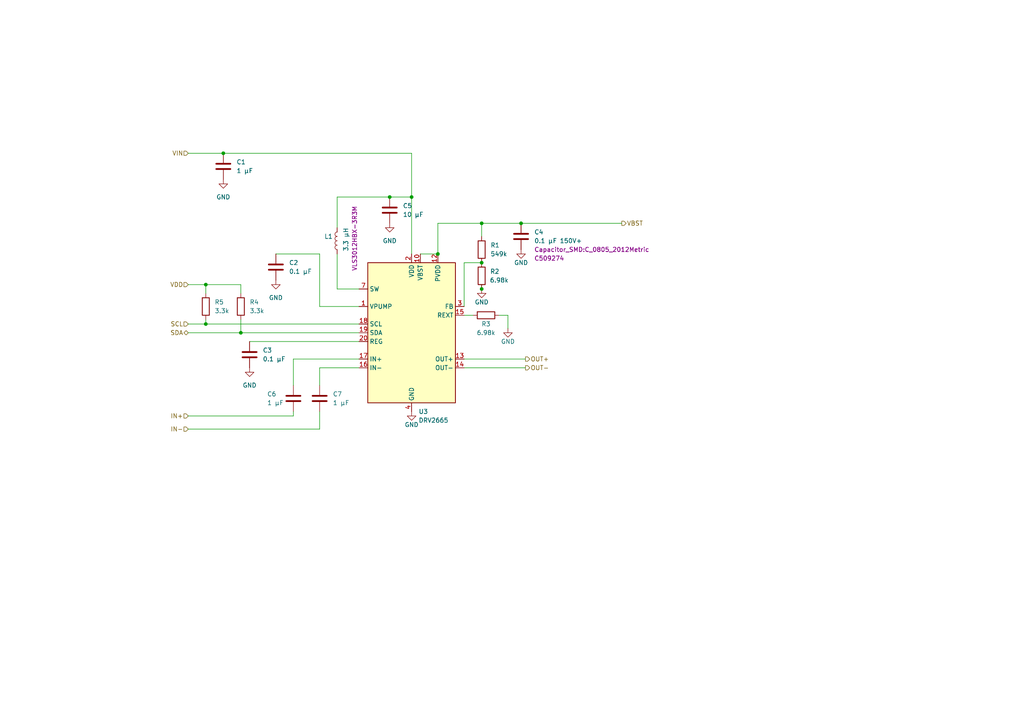
<source format=kicad_sch>
(kicad_sch (version 20230121) (generator eeschema)
  (paper "A4")
  (lib_symbols
    (symbol "DRV2665:DRV2665"
      (property "Reference" "U" (at -11.43 24.13 0))
      (property "Value" "DRV2665" (at -11.43 21.59 0))
      (symbol "DRV2665_0_1"
        (rectangle (start -12.7 20.32) (end 12.7 -20.32) (stroke (width 0.254)) (fill (type background)))
      )
      (symbol "DRV2665_1_1"
        (pin output line (at -15.24 7.62 0) (length 2.54) (name "VPUMP") (number "1"))
        (pin power_out line (at 2.54 22.86 270) (length 2.54) (name "VBST") (number "10"))
        (pin passive line (at 2.54 22.86 270) (length 2.54) hide (name "VBST") (number "11"))
        (pin power_in line (at 7.62 22.86 270) (length 2.54) (name "PVDD") (number "12"))
        (pin output line (at 15.24 -7.62 180) (length 2.54) (name "OUT+") (number "13"))
        (pin output line (at 15.24 -10.16 180) (length 2.54) (name "OUT-") (number "14"))
        (pin input line (at 15.24 5.08 180) (length 2.54) (name "REXT") (number "15"))
        (pin input line (at -15.24 -10.16 0) (length 2.54) (name "IN-") (number "16"))
        (pin input line (at -15.24 -7.62 0) (length 2.54) (name "IN+") (number "17"))
        (pin input line (at -15.24 2.54 0) (length 2.54) (name "SCL") (number "18"))
        (pin bidirectional line (at -15.24 0 0) (length 2.54) (name "SDA") (number "19"))
        (pin power_in line (at 0 22.86 270) (length 2.54) (name "VDD") (number "2"))
        (pin power_out line (at -15.24 -2.54 0) (length 2.54) (name "REG") (number "20"))
        (pin passive line (at 0 -22.86 90) (length 2.54) hide (name "GND") (number "21"))
        (pin input line (at 15.24 7.62 180) (length 2.54) (name "FB") (number "3"))
        (pin power_in line (at 0 -22.86 90) (length 2.54) (name "GND") (number "4"))
        (pin passive line (at 0 -22.86 90) (length 2.54) hide (name "GND") (number "5"))
        (pin passive line (at 0 -22.86 90) (length 2.54) hide (name "GND") (number "6"))
        (pin input line (at -15.24 12.7 0) (length 2.54) (name "SW") (number "7"))
        (pin input line (at -15.24 12.7 0) (length 2.54) hide (name "SW") (number "8"))
        (pin no_connect line (at -15.24 -15.24 0) (length 2.54) hide (name "NC") (number "9"))
      )
    )
    (symbol "Device:C" (pin_numbers hide) (pin_names (offset 0.254))
      (property "Reference" "C" (at 0.635 2.54 0))
      (property "Value" "C" (at 0.635 -2.54 0))
      (symbol "C_0_1"
        (polyline (pts (xy -2.032 -0.762) (xy 2.032 -0.762)) (stroke (width 0.508)))
        (polyline (pts (xy -2.032 0.762) (xy 2.032 0.762)) (stroke (width 0.508)))
      )
      (symbol "C_1_1"
        (pin passive line (at 0 3.81 270) (length 2.794) (name "~") (number "1"))
        (pin passive line (at 0 -3.81 90) (length 2.794) (name "~") (number "2"))
      )
    )
    (symbol "Device:L" (pin_numbers hide) (pin_names (offset 1.016) hide)
      (property "Reference" "L" (at -1.27 0 90))
      (property "Value" "L" (at 1.905 0 90))
      (symbol "L_0_1"
        (arc (start 0 -2.54) (mid 0.6323 -1.905) (end 0 -1.27))
        (arc (start 0 -1.27) (mid 0.6323 -0.635) (end 0 0))
        (arc (start 0 0) (mid 0.6323 0.635) (end 0 1.27))
        (arc (start 0 1.27) (mid 0.6323 1.905) (end 0 2.54))
      )
      (symbol "L_1_1"
        (pin passive line (at 0 3.81 270) (length 1.27) (name "1") (number "1"))
        (pin passive line (at 0 -3.81 90) (length 1.27) (name "2") (number "2"))
      )
    )
    (symbol "Device:R" (pin_numbers hide) (pin_names (offset 0))
      (property "Reference" "R" (at 2.032 0 90))
      (property "Value" "R" (at 0 0 90))
      (symbol "R_0_1"
        (rectangle (start -1.016 -2.54) (end 1.016 2.54) (stroke (width 0.254)))
      )
      (symbol "R_1_1"
        (pin passive line (at 0 3.81 270) (length 1.27) (name "~") (number "1"))
        (pin passive line (at 0 -3.81 90) (length 1.27) (name "~") (number "2"))
      )
    )
    (symbol "power:GND" (power) (pin_names (offset 0))
      (property "Value" "GND" (at 0 -3.81 0))
      (symbol "GND_0_1"
        (polyline (pts (xy 0 0) (xy 0 -1.27) (xy 1.27 -1.27) (xy 0 -2.54) (xy -1.27 -1.27) (xy 0 -1.27)))
      )
      (symbol "GND_1_1"
        (pin power_in line (at 0 0 270) (length 0) hide (name "GND") (number "1"))
      )
    )
  )
  (junction (at 139.7 64.77))
  (junction (at 113.03 57.15))
  (junction (at 59.69 93.98))
  (junction (at 69.85 96.52))
  (junction (at 119.38 57.15))
  (junction (at 127 73.66))
  (junction (at 59.69 82.55))
  (junction (at 64.77 44.45))
  (junction (at 151.13 64.77))
  (junction (at 139.7 83.82))
  (junction (at 139.7 76.2))
  (wire (pts (xy 92.71 106.68) (xy 104.14 106.68)))
  (wire (pts (xy 54.61 44.45) (xy 64.77 44.45)))
  (wire (pts (xy 92.71 88.9) (xy 92.71 73.66)))
  (wire (pts (xy 54.61 82.55) (xy 59.69 82.55)))
  (wire (pts (xy 139.7 83.82) (xy 139.7 82.55)))
  (wire (pts (xy 113.03 57.15) (xy 119.38 57.15)))
  (wire (pts (xy 59.69 93.98) (xy 104.14 93.98)))
  (wire (pts (xy 54.61 96.52) (xy 69.85 96.52)))
  (wire (pts (xy 59.69 82.55) (xy 59.69 85.09)))
  (wire (pts (xy 97.79 57.15) (xy 97.79 66.04)))
  (wire (pts (xy 134.62 104.14) (xy 152.4 104.14)))
  (wire (pts (xy 97.79 73.66) (xy 97.79 83.82)))
  (wire (pts (xy 97.79 57.15) (xy 113.03 57.15)))
  (wire (pts (xy 54.61 120.65) (xy 85.09 120.65)))
  (wire (pts (xy 104.14 88.9) (xy 92.71 88.9)))
  (wire (pts (xy 69.85 82.55) (xy 69.85 85.09)))
  (wire (pts (xy 144.78 91.44) (xy 147.32 91.44)))
  (wire (pts (xy 92.71 73.66) (xy 80.01 73.66)))
  (wire (pts (xy 151.13 64.77) (xy 180.34 64.77)))
  (wire (pts (xy 147.32 91.44) (xy 147.32 95.25)))
  (wire (pts (xy 72.39 99.06) (xy 104.14 99.06)))
  (wire (pts (xy 64.77 44.45) (xy 119.38 44.45)))
  (wire (pts (xy 127 64.77) (xy 139.7 64.77)))
  (wire (pts (xy 85.09 120.65) (xy 85.09 119.38)))
  (wire (pts (xy 121.92 73.66) (xy 127 73.66)))
  (wire (pts (xy 59.69 82.55) (xy 69.85 82.55)))
  (wire (pts (xy 139.7 64.77) (xy 151.13 64.77)))
  (wire (pts (xy 92.71 111.76) (xy 92.71 106.68)))
  (wire (pts (xy 85.09 111.76) (xy 85.09 104.14)))
  (wire (pts (xy 85.09 104.14) (xy 104.14 104.14)))
  (wire (pts (xy 97.79 83.82) (xy 104.14 83.82)))
  (wire (pts (xy 119.38 57.15) (xy 119.38 73.66)))
  (wire (pts (xy 134.62 106.68) (xy 152.4 106.68)))
  (wire (pts (xy 139.7 64.77) (xy 139.7 68.58)))
  (wire (pts (xy 134.62 91.44) (xy 137.16 91.44)))
  (wire (pts (xy 92.71 119.38) (xy 92.71 124.46)))
  (wire (pts (xy 127 64.77) (xy 127 73.66)))
  (wire (pts (xy 134.62 76.2) (xy 139.7 76.2)))
  (wire (pts (xy 134.62 88.9) (xy 134.62 76.2)))
  (wire (pts (xy 69.85 92.71) (xy 69.85 96.52)))
  (wire (pts (xy 92.71 124.46) (xy 54.61 124.46)))
  (wire (pts (xy 69.85 96.52) (xy 104.14 96.52)))
  (wire (pts (xy 59.69 92.71) (xy 59.69 93.98)))
  (wire (pts (xy 54.61 93.98) (xy 59.69 93.98)))
  (wire (pts (xy 119.38 44.45) (xy 119.38 57.15)))
  (hierarchical_label "SDA" (shape bidirectional) (at 54.61 96.52 180))
  (hierarchical_label "OUT+" (shape output) (at 152.4 104.14 0))
  (hierarchical_label "VDD" (shape input) (at 54.61 82.55 180))
  (hierarchical_label "OUT-" (shape output) (at 152.4 106.68 0))
  (hierarchical_label "IN-" (shape input) (at 54.61 124.46 180))
  (hierarchical_label "IN+" (shape input) (at 54.61 120.65 180))
  (hierarchical_label "VBST" (shape output) (at 180.34 64.77 0))
  (hierarchical_label "VIN" (shape input) (at 54.61 44.45 180))
  (hierarchical_label "SCL" (shape input) (at 54.61 93.98 180))
  (symbol (lib_id "power:GND") (at 80.01 81.28 0) (unit 1)
    (property "Reference" "#PWR0106" (effects hide))
    (property "Value" "GND" (at 80.01 86.36 0))
  )
  (symbol (lib_id "Device:C") (at 80.01 77.47 0) (unit 1)
    (property "Reference" "C2" (at 83.82 76.1999 0) (effects (justify left)))
    (property "Value" "0.1 µF" (at 83.82 78.7399 0) (effects (justify left)))
    (property "Footprint" "Capacitor_SMD:C_0603_1608Metric" (effects hide))
    (property "Part" "C30926" (effects hide))
  )
  (symbol (lib_id "Device:C") (at 85.09 115.57 0) (unit 1)
    (property "Reference" "C6" (at 77.47 114.3 0) (effects (justify left)))
    (property "Value" "1 µF" (at 77.47 116.84 0) (effects (justify left)))
    (property "Footprint" "Capacitor_SMD:C_0603_1608Metric" (effects hide))
  )
  (symbol (lib_id "Device:C") (at 113.03 60.96 0) (mirror y) (unit 1)
    (property "Reference" "C5" (at 116.84 59.6899 0) (effects (justify right)))
    (property "Value" "10 µF" (at 116.84 62.2299 0) (effects (justify right)))
    (property "Footprint" "Capacitor_SMD:C_0603_1608Metric" (effects hide))
    (property "Part" "C237435" (effects hide))
  )
  (symbol (lib_id "power:GND") (at 139.7 83.82 0) (unit 1)
    (property "Reference" "#PWR0102" (effects hide))
    (property "Value" "GND" (at 139.7 87.63 0))
  )
  (symbol (lib_id "Device:C") (at 151.13 68.58 0) (unit 1)
    (property "Reference" "C4" (at 154.94 67.3099 0) (effects (justify left)))
    (property "Value" "0.1 µF 150V+" (at 154.94 69.8499 0) (effects (justify left)))
    (property "Footprint" "Capacitor_SMD:C_0805_2012Metric" (at 154.94 72.39 0) (effects (justify left)))
    (property "Datasheet" "https://datasheet.lcsc.com/lcsc/2004092110_Walsin-Tech-Corp-0805B104K201CT_C509274.pdf" (effects hide))
    (property "Part" "C509274" (at 154.94 74.93 0) (effects (justify left)))
  )
  (symbol (lib_id "power:GND") (at 72.39 106.68 0) (unit 1)
    (property "Reference" "#PWR0107" (effects hide))
    (property "Value" "GND" (at 72.39 111.76 0))
  )
  (symbol (lib_id "power:GND") (at 151.13 72.39 0) (unit 1)
    (property "Reference" "#PWR0101" (effects hide))
    (property "Value" "GND" (at 151.13 76.2 0))
  )
  (symbol (lib_id "Device:R") (at 139.7 72.39 0) (unit 1)
    (property "Reference" "R1" (at 142.24 71.12 0) (effects (justify left)))
    (property "Value" "549k" (at 142.24 73.66 0) (effects (justify left)))
    (property "Footprint" "Resistor_SMD:R_0603_1608Metric" (effects hide))
    (property "Part" "C203676" (effects hide))
  )
  (symbol (lib_id "Device:C") (at 64.77 48.26 0) (unit 1)
    (property "Reference" "C1" (at 68.58 46.9899 0) (effects (justify left)))
    (property "Value" "1 µF" (at 68.58 49.5299 0) (effects (justify left)))
    (property "Footprint" "Capacitor_SMD:C_0603_1608Metric" (effects hide))
    (property "Part" "C5673" (effects hide))
  )
  (symbol (lib_id "Device:C") (at 92.71 115.57 0) (unit 1)
    (property "Reference" "C7" (at 96.52 114.3 0) (effects (justify left)))
    (property "Value" "1 µF" (at 96.52 116.84 0) (effects (justify left)))
    (property "Footprint" "Capacitor_SMD:C_0603_1608Metric" (effects hide))
  )
  (symbol (lib_id "Device:L") (at 97.79 69.85 180) (unit 1)
    (property "Reference" "L1" (at 96.52 68.58 0) (effects (justify left)))
    (property "Value" "3.3 µH" (at 100.33 66.04 90) (effects (justify left)))
    (property "Footprint" "Optacon_common:TDK_VLS_3012" (effects hide))
    (property "Part" "VLS3012HBX-3R3M" (at 102.87 59.69 90) (effects (justify left)))
  )
  (symbol (lib_id "power:GND") (at 113.03 64.77 0) (mirror y) (unit 1)
    (property "Reference" "#PWR03" (effects hide))
    (property "Value" "GND" (at 113.03 69.85 0))
  )
  (symbol (lib_id "Device:C") (at 72.39 102.87 0) (unit 1)
    (property "Reference" "C3" (at 76.2 101.5999 0) (effects (justify left)))
    (property "Value" "0.1 µF" (at 76.2 104.1399 0) (effects (justify left)))
    (property "Footprint" "Capacitor_SMD:C_0603_1608Metric" (effects hide))
    (property "Part" "C30926" (effects hide))
  )
  (symbol (lib_id "Device:R") (at 59.69 88.9 180) (unit 1)
    (property "Reference" "R5" (at 62.23 87.6299 0) (effects (justify right)))
    (property "Value" "3.3k" (at 62.23 90.1699 0) (effects (justify right)))
    (property "Footprint" "Resistor_SMD:R_0603_1608Metric" (effects hide))
    (property "Part" "C203527" (effects hide))
  )
  (symbol (lib_id "Device:R") (at 139.7 80.01 180) (unit 1)
    (property "Reference" "R2" (at 143.51 78.74 0))
    (property "Value" "6.98k" (at 144.78 81.28 0))
    (property "Footprint" "Resistor_SMD:R_0603_1608Metric" (effects hide))
    (property "Part" "C202921" (effects hide))
  )
  (symbol (lib_id "Device:R") (at 140.97 91.44 90) (unit 1)
    (property "Reference" "R3" (at 140.97 93.98 90))
    (property "Value" "6.98k" (at 140.97 96.52 90))
    (property "Footprint" "Resistor_SMD:R_0603_1608Metric" (effects hide))
    (property "Part" "C202921" (effects hide))
  )
  (symbol (lib_id "power:GND") (at 119.38 119.38 0) (unit 1)
    (property "Reference" "#PWR0104" (effects hide))
    (property "Value" "GND" (at 119.38 123.19 0))
  )
  (symbol (lib_id "power:GND") (at 147.32 95.25 0) (unit 1)
    (property "Reference" "#PWR0103" (effects hide))
    (property "Value" "GND" (at 147.32 99.06 0))
  )
  (symbol (lib_id "Device:R") (at 69.85 88.9 0) (unit 1)
    (property "Reference" "R4" (at 72.39 87.6299 0) (effects (justify left)))
    (property "Value" "3.3k" (at 72.39 90.1699 0) (effects (justify left)))
    (property "Footprint" "Resistor_SMD:R_0603_1608Metric" (effects hide))
    (property "Part" "C203527" (effects hide))
  )
  (symbol (lib_id "DRV2665:DRV2665") (at 119.38 96.52 0) (unit 1)
    (property "Reference" "U3" (at 121.3994 119.38 0) (effects (justify left)))
    (property "Value" "DRV2665" (at 121.3994 121.92 0) (effects (justify left)))
    (property "Footprint" "Package_DFN_QFN:Texas_S-PVQFN-N20_EP2.7x2.7mm_ThermalVias" (effects hide))
    (property "Datasheet" "http://www.ti.com/lit/ds/symlink/drv2665.pdf" (effects hide))
  )
  (symbol (lib_id "power:GND") (at 64.77 52.07 0) (unit 1)
    (property "Reference" "#PWR0105" (effects hide))
    (property "Value" "GND" (at 64.77 57.15 0))
  )
)
</source>
